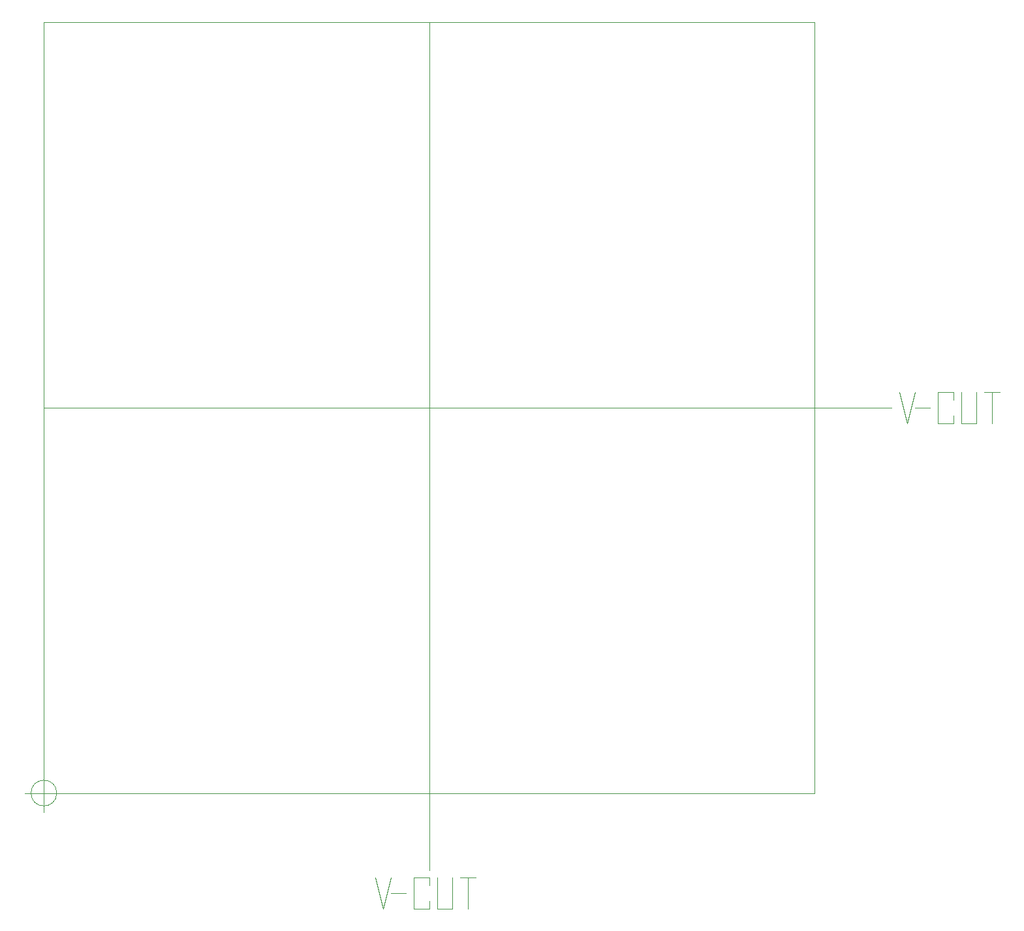
<source format=gm1>
G04 #@! TF.GenerationSoftware,KiCad,Pcbnew,(5.1.5)-3*
G04 #@! TF.CreationDate,2021-05-27T15:59:13+09:00*
G04 #@! TF.ProjectId,MyESP-WROOM-02(Mentsuke2x2),4d794553-502d-4575-924f-4f4d2d303228,rev?*
G04 #@! TF.SameCoordinates,Original*
G04 #@! TF.FileFunction,Profile,NP*
%FSLAX46Y46*%
G04 Gerber Fmt 4.6, Leading zero omitted, Abs format (unit mm)*
G04 Created by KiCad (PCBNEW (5.1.5)-3) date 2021-05-27 15:59:13*
%MOMM*%
%LPD*%
G04 APERTURE LIST*
%ADD10C,0.050000*%
G04 APERTURE END LIST*
D10*
X73000000Y-135000000D02*
X73000000Y-131000000D01*
X71000000Y-135000000D02*
X73000000Y-135000000D01*
X70000000Y-132000000D02*
X70000000Y-131000000D01*
X65000000Y-133000000D02*
X67000000Y-133000000D01*
X75000000Y-131000000D02*
X75000000Y-135000000D01*
X74000000Y-131000000D02*
X76000000Y-131000000D01*
X71000000Y-131000000D02*
X71000000Y-135000000D01*
X70000000Y-135000000D02*
X70000000Y-134000000D01*
X70000000Y-131000000D02*
X68000000Y-131000000D01*
X68000000Y-135000000D02*
X70000000Y-135000000D01*
X68000000Y-131000000D02*
X68000000Y-135000000D01*
X63000000Y-131000000D02*
X64000000Y-135000000D01*
X64000000Y-135000000D02*
X65000000Y-131000000D01*
X143000000Y-68000000D02*
X143000000Y-72000000D01*
X142000000Y-68000000D02*
X144000000Y-68000000D01*
X141000000Y-72000000D02*
X141000000Y-68000000D01*
X139000000Y-72000000D02*
X141000000Y-72000000D01*
X139000000Y-68000000D02*
X139000000Y-72000000D01*
X138000000Y-72000000D02*
X138000000Y-71000000D01*
X136000000Y-72000000D02*
X138000000Y-72000000D01*
X136000000Y-68000000D02*
X136000000Y-72000000D01*
X138000000Y-68000000D02*
X136000000Y-68000000D01*
X138000000Y-69000000D02*
X138000000Y-68000000D01*
X133000000Y-70000000D02*
X135000000Y-70000000D01*
X132000000Y-72000000D02*
X133000000Y-68000000D01*
X131000000Y-68000000D02*
X132000000Y-72000000D01*
X21666666Y-120000000D02*
G75*
G03X21666666Y-120000000I-1666666J0D01*
G01*
X17500000Y-120000000D02*
X22500000Y-120000000D01*
X20000000Y-117500000D02*
X20000000Y-122500000D01*
X70000000Y-20000000D02*
X70000000Y-130000000D01*
X20000000Y-70000000D02*
X130000000Y-70000000D01*
X120000000Y-20000000D02*
X20000000Y-20000000D01*
X120000000Y-120000000D02*
X120000000Y-20000000D01*
X20000000Y-120000000D02*
X120000000Y-120000000D01*
X20000000Y-20000000D02*
X20000000Y-120000000D01*
M02*

</source>
